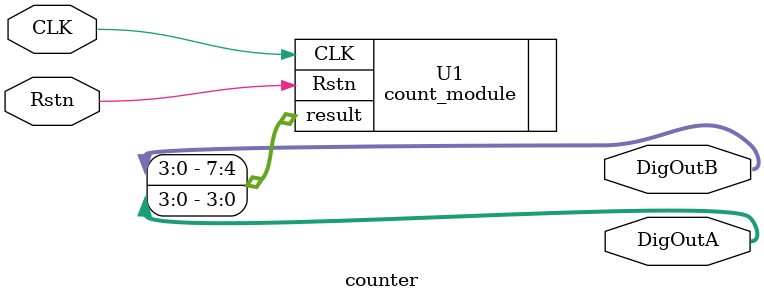
<source format=v>
module counter(CLK, Rstn, DigOutA, DigOutB);

	input CLK, Rstn;
	output [3:0]DigOutA, DigOutB;
	
	count_module U1
	(
		.CLK(CLK),
		.Rstn(Rstn),
		.result({DigOutB, DigOutA})
	);
	
endmodule

</source>
